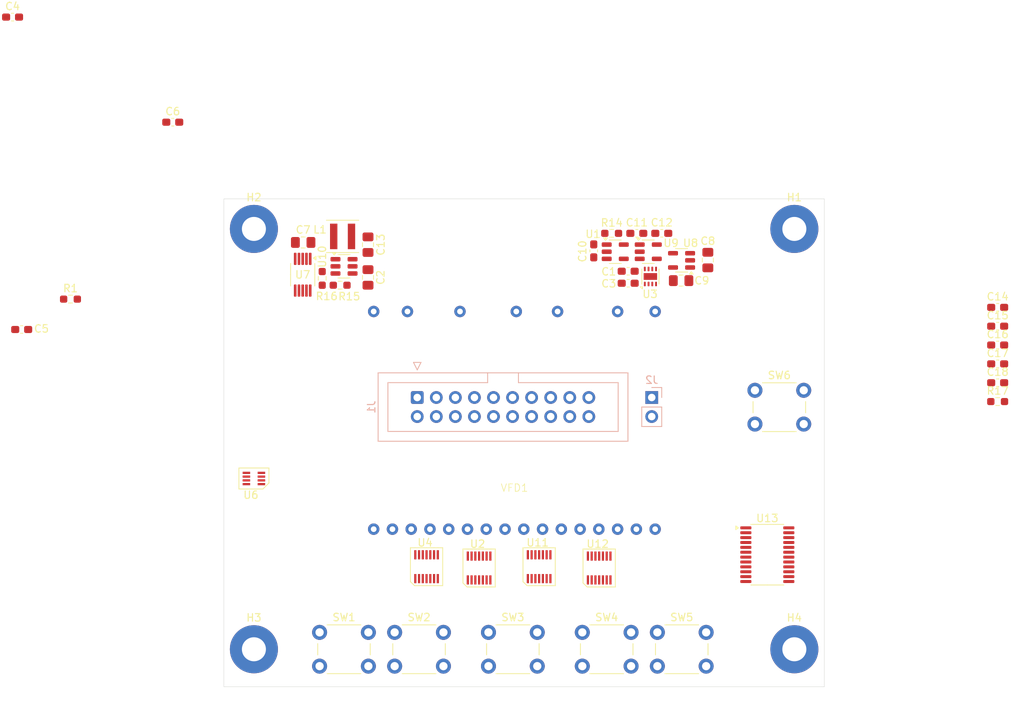
<source format=kicad_pcb>
(kicad_pcb (version 20240108) (generator "pcbnew") (generator_version "8.0")
  (layers (0 "F.Cu" signal) (31 "B.Cu" signal) (34 "B.Paste" user) (35 "F.Paste" user) (36 "B.SilkS" user "B.Silkscreen") (37 "F.SilkS" user "F.Silkscreen") (38 "B.Mask" user) (39 "F.Mask" user) (44 "Edge.Cuts" user))
  (net 0 "")
  (net 1 "+3V3")
  (net 2 "GND")
  (net 3 "+VSW")
  (net 4 "/Filament Drive/Vfil")
  (net 5 "+5V")
  (net 6 "Net-(U7-EXT_CAP)")
  (net 7 "Net-(U1-A)")
  (net 8 "/SWI1")
  (net 9 "/AIN2")
  (net 10 "/Vref")
  (net 11 "/AIN1")
  (net 12 "/I2C_SCL")
  (net 13 "/I2C_SDA")
  (net 14 "/AIN3")
  (net 15 "/Audio-")
  (net 16 "/SWI3")
  (net 17 "/Audio+")
  (net 18 "/SWI2")
  (net 19 "/SWI4")
  (net 20 "/disp_En")
  (net 21 "/a_HV")
  (net 22 "/b_HV")
  (net 23 "/c_HV")
  (net 24 "/d_HV")
  (net 25 "/e_HV")
  (net 26 "/f_HV")
  (net 27 "/g_HV")
  (net 28 "/1_HV")
  (net 29 "/2_HV")
  (net 30 "/3_HV")
  (net 31 "/4_HV")
  (net 32 "/sep_HV")
  (net 33 "/Filament Drive/VFD_Fil_SWA")
  (net 34 "Net-(U10-FB)")
  (net 35 "/VFD Power/RS+")
  (net 36 "/d")
  (net 37 "/e")
  (net 38 "/f")
  (net 39 "/g")
  (net 40 "/b")
  (net 41 "/a")
  (net 42 "/c")
  (net 43 "/VFa")
  (net 44 "/VFb")
  (net 45 "/Filament Drive/VFD_Fil_SWB")
  (net 46 "/1")
  (net 47 "/3")
  (net 48 "/2")
  (net 49 "/4")
  (net 50 "/sep")
  (net 55 "/VFD Power/BOOST_SW")
  (net 56 "/COMP_REF")
  (net 57 "/sep_top")
  (net 58 "/sep_top_HV")
  (net 59 "/sep_bottom")
  (net 60 "/sep_bottom_HV")
  (footprint "Capacitor_SMD:C_0805_2012Metric_Pad1.18x1.45mm_HandSolder" (layer "F.Cu") (at 117.9125 65.8875)
    (property "Reference" "C9" (at 2.7625 0 0) (layer "F.SilkS"))
    (property "Value" "1u")
    (pad "1" smd roundrect (at -1.0375 0) (size 1.175 1.45) (layers "F.Cu" "F.Paste" "F.Mask") (roundrect_rratio 0.212766) (net 4 "/Filament Drive/Vfil"))
    (pad "2" smd roundrect (at 1.0375 0) (size 1.175 1.45) (layers "F.Cu" "F.Paste" "F.Mask") (roundrect_rratio 0.212766) (net 2 "GND"))
  )
  (footprint "Capacitor_SMD:C_0805_2012Metric_Pad1.18x1.45mm_HandSolder" (layer "F.Cu") (at 67.5625 60.8)
    (property "Reference" "C7" (at 0 -1.68 0) (layer "F.SilkS"))
    (property "Value" "1u")
    (pad "1" smd roundrect (at -1.0375 0) (size 1.175 1.45) (layers "F.Cu" "F.Paste" "F.Mask") (roundrect_rratio 0.212766) (net 6 "Net-(U7-EXT_CAP)"))
    (pad "2" smd roundrect (at 1.0375 0) (size 1.175 1.45) (layers "F.Cu" "F.Paste" "F.Mask") (roundrect_rratio 0.212766) (net 2 "GND"))
  )
  (footprint "Capacitor_SMD:C_0603_1608Metric_Pad1.08x0.95mm_HandSolder" (layer "F.Cu") (at 28.8475 30.78)
    (property "Reference" "C4" (at 0 -1.43 0) (layer "F.SilkS"))
    (property "Value" "0u1")
    (pad "1" smd roundrect (at -0.8625 0) (size 1.075 0.95) (layers "F.Cu" "F.Paste" "F.Mask") (net 1 "+3V3"))
    (pad "2" smd roundrect (at 0.8625 0) (size 1.075 0.95) (layers "F.Cu" "F.Paste" "F.Mask") (net 2 "GND"))
  )
  (footprint "kicad global library:SOT-23-THIN-14_2x4.2mm_P0.5_TI-DYY_HandSoldering" (layer "F.Cu") (at 84 104)
    (property "Reference" "U4" (at -0.2 -3.2 180) (layer "F.SilkS"))
    (property "Value" "TLV1824")
    (pad "1" smd rect (at -1.5 1.5875) (size 0.3 1.225) (layers "F.Cu" "F.Paste" "F.Mask") (net 26 "/f_HV"))
    (pad "2" smd rect (at -1 1.5875) (size 0.3 1.225) (layers "F.Cu" "F.Paste" "F.Mask") (net 25 "/e_HV"))
    (pad "3" smd rect (at -0.5 1.5875) (size 0.3 1.225) (layers "F.Cu" "F.Paste" "F.Mask") (net 3 "+VSW"))
    (pad "4" smd rect (at 0 1.5875) (size 0.3 1.225) (layers "F.Cu" "F.Paste" "F.Mask") (net 56 "/COMP_REF"))
    (pad "5" smd rect (at 0.5 1.5875) (size 0.3 1.225) (layers "F.Cu" "F.Paste" "F.Mask") (net 37 "/e"))
    (pad "6" smd rect (at 1 1.5875) (size 0.3 1.225) (layers "F.Cu" "F.Paste" "F.Mask") (net 56 "/COMP_REF"))
    (pad "7" smd rect (at 1.5 1.5875) (size 0.3 1.225) (layers "F.Cu" "F.Paste" "F.Mask") (net 38 "/f"))
    (pad "8" smd rect (at 1.5 -1.5875) (size 0.3 1.225) (layers "F.Cu" "F.Paste" "F.Mask") (net 56 "/COMP_REF"))
    (pad "9" smd rect (at 1 -1.5875) (size 0.3 1.225) (layers "F.Cu" "F.Paste" "F.Mask") (net 39 "/g"))
    (pad "10" smd rect (at 0.5 -1.5875) (size 0.3 1.225) (layers "F.Cu" "F.Paste" "F.Mask") (net 56 "/COMP_REF"))
    (pad "11" smd rect (at 0 -1.5875) (size 0.3 1.225) (layers "F.Cu" "F.Paste" "F.Mask") (net 57 "/sep_top"))
    (pad "12" smd rect (at -0.5 -1.5875) (size 0.3 1.225) (layers "F.Cu" "F.Paste" "F.Mask") (net 2 "GND"))
    (pad "13" smd rect (at -1 -1.5875) (size 0.3 1.225) (layers "F.Cu" "F.Paste" "F.Mask") (net 58 "/sep_top_HV"))
    (pad "14" smd rect (at -1.5 -1.5875) (size 0.3 1.225) (layers "F.Cu" "F.Paste" "F.Mask") (net 27 "/g_HV"))
  )
  (footprint "Capacitor_SMD:C_0805_2012Metric_Pad1.18x1.45mm_HandSolder" (layer "F.Cu") (at 121.475 63.15 90)
    (property "Reference" "C8" (at 2.5375 0 0) (layer "F.SilkS"))
    (property "Value" "1u")
    (pad "1" smd roundrect (at -1.0375 0 90) (size 1.175 1.45) (layers "F.Cu" "F.Paste" "F.Mask") (roundrect_rratio 0.212766) (net 1 "+3V3"))
    (pad "2" smd roundrect (at 1.0375 0 90) (size 1.175 1.45) (layers "F.Cu" "F.Paste" "F.Mask") (roundrect_rratio 0.212766) (net 2 "GND"))
  )
  (footprint "Resistor_SMD:R_0603_1608Metric_Pad0.98x0.95mm_HandSolder" (layer "F.Cu") (at 160.0875 82)
    (property "Reference" "R17" (at 0 -1.43 0) (layer "F.SilkS"))
    (property "Value" "470R")
    (pad "1" smd roundrect (at -0.9125 0) (size 0.975 0.95) (layers "F.Cu" "F.Paste" "F.Mask") (net 56 "/COMP_REF"))
    (pad "2" smd roundrect (at 0.9125 0) (size 0.975 0.95) (layers "F.Cu" "F.Paste" "F.Mask") (net 10 "/Vref"))
  )
  (footprint "Capacitor_SMD:C_0805_2012Metric_Pad1.18x1.45mm_HandSolder" (layer "F.Cu") (at 76.2 65.4625 -90)
    (property "Reference" "C2" (at 0 -1.68 90) (layer "F.SilkS"))
    (property "Value" "1u, 50V")
    (pad "1" smd roundrect (at -1.0375 0 270) (size 1.175 1.45) (layers "F.Cu" "F.Paste" "F.Mask") (roundrect_rratio 0.212766) (net 3 "+VSW"))
    (pad "2" smd roundrect (at 1.0375 0 270) (size 1.175 1.45) (layers "F.Cu" "F.Paste" "F.Mask") (roundrect_rratio 0.212766) (net 2 "GND"))
  )
  (footprint "Resistor_SMD:R_0603_1608Metric_Pad0.98x0.95mm_HandSolder" (layer "F.Cu") (at 36.5625 68.355)
    (property "Reference" "R1" (at 0 -1.43 0) (layer "F.SilkS"))
    (property "Value" "10k")
    (pad "1" smd roundrect (at -0.9125 0) (size 0.975 0.95) (layers "F.Cu" "F.Paste" "F.Mask") (net 20 "/disp_En"))
    (pad "2" smd roundrect (at 0.9125 0) (size 0.975 0.95) (layers "F.Cu" "F.Paste" "F.Mask") (net 2 "GND"))
  )
  (footprint "Capacitor_SMD:C_0603_1608Metric_Pad1.08x0.95mm_HandSolder" (layer "F.Cu") (at 115.3375 59.5875)
    (property "Reference" "C12" (at 0 -1.43 0) (layer "F.SilkS"))
    (property "Value" "0u1")
    (pad "1" smd roundrect (at -0.8625 0) (size 1.075 0.95) (layers "F.Cu" "F.Paste" "F.Mask") (net 1 "+3V3"))
    (pad "2" smd roundrect (at 0.8625 0) (size 1.075 0.95) (layers "F.Cu" "F.Paste" "F.Mask") (net 2 "GND"))
  )
  (footprint "Capacitor_SMD:C_0603_1608Metric_Pad1.08x0.95mm_HandSolder" (layer "F.Cu") (at 50.1875 44.78)
    (property "Reference" "C6" (at 0 -1.43 0) (layer "F.SilkS"))
    (property "Value" "0u1")
    (pad "1" smd roundrect (at -0.8625 0) (size 1.075 0.95) (layers "F.Cu" "F.Paste" "F.Mask") (net 5 "+5V"))
    (pad "2" smd roundrect (at 0.8625 0) (size 1.075 0.95) (layers "F.Cu" "F.Paste" "F.Mask") (net 2 "GND"))
  )
  (footprint "Capacitor_SMD:C_0603_1608Metric_Pad1.08x0.95mm_HandSolder" (layer "F.Cu") (at 160.0875 69.45)
    (property "Reference" "C14" (at 0 -1.43 0) (layer "F.SilkS"))
    (property "Value" "0u1")
    (pad "1" smd roundrect (at -0.8625 0) (size 1.075 0.95) (layers "F.Cu" "F.Paste" "F.Mask") (net 56 "/COMP_REF"))
    (pad "2" smd roundrect (at 0.8625 0) (size 1.075 0.95) (layers "F.Cu" "F.Paste" "F.Mask") (net 2 "GND"))
  )
  (footprint "Capacitor_SMD:C_0603_1608Metric_Pad1.08x0.95mm_HandSolder" (layer "F.Cu") (at 160.0875 74.47)
    (property "Reference" "C16" (at 0 -1.43 0) (layer "F.SilkS"))
    (property "Value" "0u1, 50V")
    (pad "1" smd roundrect (at -0.8625 0) (size 1.075 0.95) (layers "F.Cu" "F.Paste" "F.Mask") (net 3 "+VSW"))
    (pad "2" smd roundrect (at 0.8625 0) (size 1.075 0.95) (layers "F.Cu" "F.Paste" "F.Mask") (net 2 "GND"))
  )
  (footprint "Capacitor_SMD:C_0603_1608Metric_Pad1.08x0.95mm_HandSolder" (layer "F.Cu") (at 110.8625 64.6375 180)
    (property "Reference" "C1" (at 2.5875 -0.05 180) (layer "F.SilkS"))
    (property "Value" "0u1")
    (pad "1" smd roundrect (at -0.8625 0 180) (size 1.075 0.95) (layers "F.Cu" "F.Paste" "F.Mask") (net 1 "+3V3"))
    (pad "2" smd roundrect (at 0.8625 0 180) (size 1.075 0.95) (layers "F.Cu" "F.Paste" "F.Mask") (net 2 "GND"))
  )
  (footprint "Button_Switch_THT:SW_PUSH_6mm" (layer "F.Cu") (at 114.75 112.75)
    (property "Reference" "SW5" (at 3.25 -2 360) (layer "F.SilkS"))
    (property "Value" "Wurth WS-TATV")
    (pad "1" thru_hole circle (at 0 0 90) (size 2 2) (drill 1.1) (layers "*.Cu" "*.Mask") (net 11 "/AIN1"))
    (pad "1" thru_hole circle (at 6.5 0 90) (size 2 2) (drill 1.1) (layers "*.Cu" "*.Mask") (net 11 "/AIN1"))
    (pad "2" thru_hole circle (at 0 4.5 90) (size 2 2) (drill 1.1) (layers "*.Cu" "*.Mask") (net 2 "GND"))
    (pad "2" thru_hole circle (at 6.5 4.5 90) (size 2 2) (drill 1.1) (layers "*.Cu" "*.Mask") (net 2 "GND"))
  )
  (footprint "Button_Switch_THT:SW_PUSH_6mm" (layer "F.Cu") (at 79.75 112.75)
    (property "Reference" "SW2" (at 3.25 -2 360) (layer "F.SilkS"))
    (property "Value" "Wurth WS-TATV")
    (pad "1" thru_hole circle (at 0 0 90) (size 2 2) (drill 1.1) (layers "*.Cu" "*.Mask") (net 18 "/SWI2"))
    (pad "1" thru_hole circle (at 6.5 0 90) (size 2 2) (drill 1.1) (layers "*.Cu" "*.Mask") (net 18 "/SWI2"))
    (pad "2" thru_hole circle (at 0 4.5 90) (size 2 2) (drill 1.1) (layers "*.Cu" "*.Mask") (net 2 "GND"))
    (pad "2" thru_hole circle (at 6.5 4.5 90) (size 2 2) (drill 1.1) (layers "*.Cu" "*.Mask") (net 2 "GND"))
  )
  (footprint "Button_Switch_THT:SW_PUSH_6mm" (layer "F.Cu") (at 69.75 112.75)
    (property "Reference" "SW1" (at 3.25 -2 360) (layer "F.SilkS"))
    (property "Value" "Wurth WS-TATV")
    (pad "1" thru_hole circle (at 0 0 90) (size 2 2) (drill 1.1) (layers "*.Cu" "*.Mask") (net 8 "/SWI1"))
    (pad "1" thru_hole circle (at 6.5 0 90) (size 2 2) (drill 1.1) (layers "*.Cu" "*.Mask") (net 8 "/SWI1"))
    (pad "2" thru_hole circle (at 0 4.5 90) (size 2 2) (drill 1.1) (layers "*.Cu" "*.Mask") (net 2 "GND"))
    (pad "2" thru_hole circle (at 6.5 4.5 90) (size 2 2) (drill 1.1) (layers "*.Cu" "*.Mask") (net 2 "GND"))
  )
  (footprint "Capacitor_SMD:C_0603_1608Metric_Pad1.08x0.95mm_HandSolder" (layer "F.Cu") (at 30.0625 72.4)
    (property "Reference" "C5" (at 2.6375 -0.1 0) (layer "F.SilkS"))
    (property "Value" "0u1")
    (pad "1" smd roundrect (at -0.8625 0) (size 1.075 0.95) (layers "F.Cu" "F.Paste" "F.Mask") (net 1 "+3V3"))
    (pad "2" smd roundrect (at 0.8625 0) (size 1.075 0.95) (layers "F.Cu" "F.Paste" "F.Mask") (net 2 "GND"))
  )
  (footprint "kicad global library:SOT-23-THIN-14_2x4.2mm_P0.5_TI-DYY_HandSoldering" (layer "F.Cu") (at 91 104.175)
    (property "Reference" "U2" (at -0.2 -3.2 180) (layer "F.SilkS"))
    (property "Value" "TLV1824")
    (pad "1" smd rect (at -1.5 1.5875) (size 0.3 1.225) (layers "F.Cu" "F.Paste" "F.Mask") (net 22 "/b_HV"))
    (pad "2" smd rect (at -1 1.5875) (size 0.3 1.225) (layers "F.Cu" "F.Paste" "F.Mask") (net 21 "/a_HV"))
    (pad "3" smd rect (at -0.5 1.5875) (size 0.3 1.225) (layers "F.Cu" "F.Paste" "F.Mask") (net 3 "+VSW"))
    (pad "4" smd rect (at 0 1.5875) (size 0.3 1.225) (layers "F.Cu" "F.Paste" "F.Mask") (net 56 "/COMP_REF"))
    (pad "5" smd rect (at 0.5 1.5875) (size 0.3 1.225) (layers "F.Cu" "F.Paste" "F.Mask") (net 41 "/a"))
    (pad "6" smd rect (at 1 1.5875) (size 0.3 1.225) (layers "F.Cu" "F.Paste" "F.Mask") (net 56 "/COMP_REF"))
    (pad "7" smd rect (at 1.5 1.5875) (size 0.3 1.225) (layers "F.Cu" "F.Paste" "F.Mask") (net 40 "/b"))
    (pad "8" smd rect (at 1.5 -1.5875) (size 0.3 1.225) (layers "F.Cu" "F.Paste" "F.Mask") (net 56 "/COMP_REF"))
    (pad "9" smd rect (at 1 -1.5875) (size 0.3 1.225) (layers "F.Cu" "F.Paste" "F.Mask") (net 42 "/c"))
    (pad "10" smd rect (at 0.5 -1.5875) (size 0.3 1.225) (layers "F.Cu" "F.Paste" "F.Mask") (net 56 "/COMP_REF"))
    (pad "11" smd rect (at 0 -1.5875) (size 0.3 1.225) (layers "F.Cu" "F.Paste" "F.Mask") (net 36 "/d"))
    (pad "12" smd rect (at -0.5 -1.5875) (size 0.3 1.225) (layers "F.Cu" "F.Paste" "F.Mask") (net 2 "GND"))
    (pad "13" smd rect (at -1 -1.5875) (size 0.3 1.225) (layers "F.Cu" "F.Paste" "F.Mask") (net 24 "/d_HV"))
    (pad "14" smd rect (at -1.5 -1.5875) (size 0.3 1.225) (layers "F.Cu" "F.Paste" "F.Mask") (net 23 "/c_HV"))
  )
  (footprint "Capacitor_SMD:C_0603_1608Metric_Pad1.08x0.95mm_HandSolder" (layer "F.Cu") (at 112.0125 59.5875)
    (property "Reference" "C11" (at 0 -1.43 0) (layer "F.SilkS"))
    (property "Value" "0u1")
    (pad "1" smd roundrect (at -0.8625 0) (size 1.075 0.95) (layers "F.Cu" "F.Paste" "F.Mask") (net 1 "+3V3"))
    (pad "2" smd roundrect (at 0.8625 0) (size 1.075 0.95) (layers "F.Cu" "F.Paste" "F.Mask") (net 2 "GND"))
  )
  (footprint "Capacitor_SMD:C_0603_1608Metric_Pad1.08x0.95mm_HandSolder" (layer "F.Cu") (at 160.0875 71.96)
    (property "Reference" "C15" (at 0 -1.43 0) (layer "F.SilkS"))
    (property "Value" "0u1, 50V")
    (pad "1" smd roundrect (at -0.8625 0) (size 1.075 0.95) (layers "F.Cu" "F.Paste" "F.Mask") (net 3 "+VSW"))
    (pad "2" smd roundrect (at 0.8625 0) (size 1.075 0.95) (layers "F.Cu" "F.Paste" "F.Mask") (net 2 "GND"))
  )
  (footprint "Button_Switch_THT:SW_PUSH_6mm" (layer "F.Cu") (at 92.25 112.75)
    (property "Reference" "SW3" (at 3.25 -2 360) (layer "F.SilkS"))
    (property "Value" "Wurth WS-TATV")
    (pad "1" thru_hole circle (at 0 0 90) (size 2 2) (drill 1.1) (layers "*.Cu" "*.Mask") (net 16 "/SWI3"))
    (pad "1" thru_hole circle (at 6.5 0 90) (size 2 2) (drill 1.1) (layers "*.Cu" "*.Mask") (net 16 "/SWI3"))
    (pad "2" thru_hole circle (at 0 4.5 90) (size 2 2) (drill 1.1) (layers "*.Cu" "*.Mask") (net 2 "GND"))
    (pad "2" thru_hole circle (at 6.5 4.5 90) (size 2 2) (drill 1.1) (layers "*.Cu" "*.Mask") (net 2 "GND"))
  )
  (footprint "MountingHole:MountingHole_3.2mm_M3_Pad" (layer "F.Cu") (at 133 59)
    (property "Reference" "H1" (at 0 -4.2 0) (layer "F.SilkS"))
    (property "Value" "MountingHole_Pad")
    (pad "1" thru_hole circle (at 0 0) (size 6.4 6.4) (drill 3.2) (layers "*.Cu" "*.Mask") (net 2 "GND"))
  )
  (footprint "kicad global library:IVL2-75" (layer "F.Cu") (at 95.705952 84.5)
    (property "Reference" "VFD1" (at 0 9 0) (layer "F.SilkS") (effects (font (thickness 0.1))))
    (property "Value" "IVL2-7/5")
    (pad "1" thru_hole circle (at -18.75 14.5) (size 1.524 1.524) (drill 0.762) (layers "*.Cu" "*.Mask") (net 43 "/VFa"))
    (pad "2" thru_hole circle (at -16.25 14.5) (size 1.524 1.524) (drill 0.762) (layers "*.Cu" "*.Mask") (net 28 "/1_HV"))
    (pad "3" thru_hole circle (at -13.75 14.5) (size 1.524 1.524) (drill 0.762) (layers "*.Cu" "*.Mask") (net 58 "/sep_top_HV"))
    (pad "4" thru_hole circle (at -11.25 14.5) (size 1.524 1.524) (drill 0.762) (layers "*.Cu" "*.Mask") (net 27 "/g_HV"))
    (pad "5" thru_hole circle (at -8.75 14.5) (size 1.524 1.524) (drill 0.762) (layers "*.Cu" "*.Mask") (net 25 "/e_HV"))
    (pad "6" thru_hole circle (at -6.25 14.5) (size 1.524 1.524) (drill 0.762) (layers "*.Cu" "*.Mask") (net 29 "/2_HV"))
    (pad "7" thru_hole circle (at -3.75 14.5) (size 1.524 1.524) (drill 0.762) (layers "*.Cu" "*.Mask") (net 23 "/c_HV"))
    (pad "8" thru_hole circle (at -1.25 14.5) (size 1.524 1.524) (drill 0.762) (layers "*.Cu" "*.Mask") (net 32 "/sep_HV"))
    (pad "9" thru_hole circle (at 1.25 14.5) (size 1.524 1.524) (drill 0.762) (layers "*.Cu" "*.Mask") (net 60 "/sep_bottom_HV"))
    (pad "10" thru_hole circle (at 3.75 14.5) (size 1.524 1.524) (drill 0.762) (layers "*.Cu" "*.Mask") (net 24 "/d_HV"))
    (pad "11" thru_hole circle (at 6.25 14.5) (size 1.524 1.524) (drill 0.762) (layers "*.Cu" "*.Mask") (net 30 "/3_HV"))
    (pad "12" thru_hole circle (at 8.75 14.5) (size 1.524 1.524) (drill 0.762) (layers "*.Cu" "*.Mask") (net 22 "/b_HV"))
    (pad "13" thru_hole circle (at 11.25 14.5) (size 1.524 1.524) (drill 0.762) (layers "*.Cu" "*.Mask") (net 26 "/f_HV"))
    (pad "14" thru_hole circle (at 13.75 14.5) (size 1.524 1.524) (drill 0.762) (layers "*.Cu" "*.Mask") (net 21 "/a_HV"))
    (pad "15" thru_hole circle (at 16.25 14.5) (size 1.524 1.524) (drill 0.762) (layers "*.Cu" "*.Mask") (net 31 "/4_HV"))
    (pad "16" thru_hole circle (at 18.75 14.5) (size 1.524 1.524) (drill 0.762) (layers "*.Cu" "*.Mask") (net 44 "/VFb"))
    (pad "17" thru_hole circle (at 18.75 -14.5) (size 1.524 1.524) (drill 0.762) (layers "*.Cu" "*.Mask") (net 44 "/VFb"))
    (pad "18" thru_hole circle (at 13.75 -14.5) (size 1.524 1.524) (drill 0.762) (layers "*.Cu" "*.Mask") (net 31 "/4_HV"))
    (pad "19" thru_hole circle (at 5.75 -14.5) (size 1.524 1.524) (drill 0.762) (layers "*.Cu" "*.Mask") (net 30 "/3_HV"))
    (pad "20" thru_hole circle (at 0.25 -14.5) (size 1.524 1.524) (drill 0.762) (layers "*.Cu" "*.Mask") (net 32 "/sep_HV"))
    (pad "21" thru_hole circle (at -7.25 -14.5) (size 1.524 1.524) (drill 0.762) (layers "*.Cu" "*.Mask") (net 29 "/2_HV"))
    (pad "22" thru_hole circle (at -14.25 -14.5) (size 1.524 1.524) (drill 0.762) (layers "*.Cu" "*.Mask") (net 28 "/1_HV"))
    (pad "23" thru_hole circle (at -18.75 -14.5) (size 1.524 1.524) (drill 0.762) (layers "*.Cu" "*.Mask") (net 43 "/VFa"))
  )
  (footprint "Package_TO_SOT_SMD:SOT-23-6" (layer "F.Cu") (at 73.005 63.985)
    (property "Reference" "U10" (at -2.905 -1.285 90) (layer "F.SilkS"))
    (property "Value" "TLV61046ADB")
    (pad "1" smd roundrect (at -1.1375 -0.95) (size 1.325 0.6) (layers "F.Cu" "F.Paste" "F.Mask") (net 55 "/VFD Power/BOOST_SW"))
    (pad "2" smd roundrect (at -1.1375 0) (size 1.325 0.6) (layers "F.Cu" "F.Paste" "F.Mask") (net 2 "GND"))
    (pad "3" smd roundrect (at -1.1375 0.95) (size 1.325 0.6) (layers "F.Cu" "F.Paste" "F.Mask") (net 34 "Net-(U10-FB)"))
    (pad "4" smd roundrect (at 1.1375 0.95) (size 1.325 0.6) (layers "F.Cu" "F.Paste" "F.Mask") (net 20 "/disp_En"))
    (pad "5" smd roundrect (at 1.1375 0) (size 1.325 0.6) (layers "F.Cu" "F.Paste" "F.Mask") (net 3 "+VSW"))
    (pad "6" smd roundrect (at 1.1375 -0.95) (size 1.325 0.6) (layers "F.Cu" "F.Paste" "F.Mask") (net 5 "+5V"))
  )
  (footprint "kicad global library:SOT-23-THIN-14_2x4.2mm_P0.5_TI-DYY_HandSoldering" (layer "F.Cu") (at 107 104.175)
    (property "Reference" "U12" (at -0.2 -3.2 180) (layer "F.SilkS"))
    (property "Value" "TLV1824")
    (pad "1" smd rect (at -1.5 1.5875) (size 0.3 1.225) (layers "F.Cu" "F.Paste" "F.Mask") (net 32 "/sep_HV"))
    (pad "2" smd rect (at -1 1.5875) (size 0.3 1.225) (layers "F.Cu" "F.Paste" "F.Mask") (net 31 "/4_HV"))
    (pad "3" smd rect (at -0.5 1.5875) (size 0.3 1.225) (layers "F.Cu" "F.Paste" "F.Mask") (net 3 "+VSW"))
    (pad "4" smd rect (at 0 1.5875) (size 0.3 1.225) (layers "F.Cu" "F.Paste" "F.Mask") (net 56 "/COMP_REF"))
    (pad "5" smd rect (at 0.5 1.5875) (size 0.3 1.225) (layers "F.Cu" "F.Paste" "F.Mask") (net 49 "/4"))
    (pad "6" smd rect (at 1 1.5875) (size 0.3 1.225) (layers "F.Cu" "F.Paste" "F.Mask") (net 56 "/COMP_REF"))
    (pad "7" smd rect (at 1.5 1.5875) (size 0.3 1.225) (layers "F.Cu" "F.Paste" "F.Mask") (net 50 "/sep"))
    (pad "8" smd rect (at 1.5 -1.5875) (size 0.3 1.225) (layers "F.Cu" "F.Paste" "F.Mask") (net 56 "/COMP_REF"))
    (pad "9" smd rect (at 1 -1.5875) (size 0.3 1.225) (layers "F.Cu" "F.Paste" "F.Mask") (net 2 "GND"))
    (pad "10" smd rect (at 0.5 -1.5875) (size 0.3 1.225) (layers "F.Cu" "F.Paste" "F.Mask") (net 56 "/COMP_REF"))
    (pad "11" smd rect (at 0 -1.5875) (size 0.3 1.225) (layers "F.Cu" "F.Paste" "F.Mask") (net 2 "GND"))
    (pad "12" smd rect (at -0.5 -1.5875) (size 0.3 1.225) (layers "F.Cu" "F.Paste" "F.Mask") (net 2 "GND"))
    (pad "13" smd rect (at -1 -1.5875) (size 0.3 1.225) (layers "F.Cu" "F.Paste" "F.Mask"))
    (pad "14" smd rect (at -1.5 -1.5875) (size 0.3 1.225) (layers "F.Cu" "F.Paste" "F.Mask"))
  )
  (footprint "kicad global library:WSON-8-1EP_2x2mm_P0.5mm_EP0.9x1.6mm_HandSoldering" (layer "F.Cu") (at 113.825 65.3375 90)
    (property "Reference" "U3" (at -2.35 -0.05 180) (layer "F.SilkS"))
    (property "Value" "DRV8837C")
    (pad "1" smd roundrect (at -1 -0.75 90) (size 0.6 0.25) (layers "F.Cu" "F.Paste" "F.Mask") (net 4 "/Filament Drive/Vfil"))
    (pad "2" smd roundrect (at -1 -0.25 90) (size 0.6 0.25) (layers "F.Cu" "F.Paste" "F.Mask") (net 43 "/VFa"))
    (pad "3" smd roundrect (at -1 0.25 90) (size 0.6 0.25) (layers "F.Cu" "F.Paste" "F.Mask") (net 44 "/VFb"))
    (pad "4" smd roundrect (at -1 0.75 90) (size 0.6 0.25) (layers "F.Cu" "F.Paste" "F.Mask") (net 2 "GND"))
    (pad "5" smd roundrect (at 1 0.75 90) (size 0.6 0.25) (layers "F.Cu" "F.Paste" "F.Mask") (net 45 "/Filament Drive/VFD_Fil_SWB"))
    (pad "6" smd roundrect (at 1 0.25 90) (size 0.6 0.25) (layers "F.Cu" "F.Paste" "F.Mask") (net 33 "/Filament Drive/VFD_Fil_SWA"))
    (pad "7" smd roundrect (at 1 -0.25 90) (size 0.6 0.25) (layers "F.Cu" "F.Paste" "F.Mask") (net 20 "/disp_En"))
    (pad "8" smd roundrect (at 1 -0.75 90) (size 0.6 0.25) (layers "F.Cu" "F.Paste" "F.Mask") (net 1 "+3V3"))
    (pad "9" smd rect (at 0 0 90) (size 0.9 1.8) (layers "F.Cu" "F.Mask") (net 2 "GND"))
  )
  (footprint "kicad global library:SOT-583_DTS" (layer "F.Cu") (at 61 92.25 90)
    (property "Reference" "U6" (at -2.2 -0.4 0) (layer "F.SilkS"))
    (property "Value" "OPT4048")
    (pad "1" smd rect (at -0.75 1 90) (size 0.3 1) (layers "F.Cu" "F.Paste" "F.Mask") (net 1 "+3V3"))
    (pad "2" smd rect (at -0.25 1 90) (size 0.3 1) (layers "F.Cu" "F.Paste" "F.Mask") (net 1 "+3V3"))
    (pad "3" smd rect (at 0.25 1 90) (size 0.3 1) (layers "F.Cu" "F.Paste" "F.Mask"))
    (pad "4" smd rect (at 0.75 1 90) (size 0.3 1) (layers "F.Cu" "F.Paste" "F.Mask") (net 2 "GND"))
    (pad "5" smd rect (at 0.75 -1 90) (size 0.3 1) (layers "F.Cu" "F.Paste" "F.Mask") (net 12 "/I2C_SCL"))
    (pad "6" smd rect (at 0.25 -1 90) (size 0.3 1) (layers "F.Cu" "F.Paste" "F.Mask"))
    (pad "7" smd rect (at -0.25 -1 90) (size 0.3 1) (layers "F.Cu" "F.Paste" "F.Mask"))
    (pad "8" smd rect (at -0.75 -1 90) (size 0.3 1) (layers "F.Cu" "F.Paste" "F.Mask") (net 13 "/I2C_SDA"))
  )
  (footprint "MountingHole:MountingHole_3.2mm_M3_Pad" (layer "F.Cu") (at 61 59)
    (property "Reference" "H2" (at 0 -4.2 0) (layer "F.SilkS"))
    (property "Value" "MountingHole_Pad")
    (pad "1" thru_hole circle (at 0 0) (size 6.4 6.4) (drill 3.2) (layers "*.Cu" "*.Mask") (net 2 "GND"))
  )
  (footprint "Inductor_SMD:L_Coilcraft_XxL4030" (layer "F.Cu") (at 72.815 60 180)
    (property "Reference" "L1" (at 3.015 0.9 0) (layer "F.SilkS"))
    (property "Value" "XGL4030-103 10u")
    (pad "1" smd rect (at -1.185 0 180) (size 0.98 3.4) (layers "F.Cu" "F.Paste" "F.Mask") (net 5 "+5V"))
    (pad "2" smd rect (at 1.185 0 180) (size 0.98 3.4) (layers "F.Cu" "F.Paste" "F.Mask") (net 55 "/VFD Power/BOOST_SW"))
  )
  (footprint "Package_SO:TSSOP-24_4.4x7.8mm_P0.65mm" (layer "F.Cu") (at 129.4 102.4)
    (property "Reference" "U13" (at 0 -4.85 0) (layer "F.SilkS"))
    (property "Value" "TCA9555PWR")
    (pad "1" smd roundrect (at -2.8625 -3.575) (size 1.475 0.4) (layers "F.Cu" "F.Paste" "F.Mask"))
    (pad "2" smd roundrect (at -2.8625 -2.925) (size 1.475 0.4) (layers "F.Cu" "F.Paste" "F.Mask") (net 2 "GND"))
    (pad "3" smd roundrect (at -2.8625 -2.275) (size 1.475 0.4) (layers "F.Cu" "F.Paste" "F.Mask") (net 2 "GND"))
    (pad "4" smd roundrect (at -2.8625 -1.625) (size 1.475 0.4) (layers "F.Cu" "F.Paste" "F.Mask") (net 41 "/a"))
    (pad "5" smd roundrect (at -2.8625 -0.975) (size 1.475 0.4) (layers "F.Cu" "F.Paste" "F.Mask") (net 40 "/b"))
    (pad "6" smd roundrect (at -2.8625 -0.325) (size 1.475 0.4) (layers "F.Cu" "F.Paste" "F.Mask") (net 42 "/c"))
    (pad "7" smd roundrect (at -2.8625 0.325) (size 1.475 0.4) (layers "F.Cu" "F.Paste" "F.Mask") (net 36 "/d"))
    (pad "8" smd roundrect (at -2.8625 0.975) (size 1.475 0.4) (layers "F.Cu" "F.Paste" "F.Mask") (net 37 "/e"))
    (pad "9" smd roundrect (at -2.8625 1.625) (size 1.475 0.4) (layers "F.Cu" "F.Paste" "F.Mask") (net 38 "/f"))
    (pad "10" smd roundrect (at -2.8625 2.275) (size 1.475 0.4) (layers "F.Cu" "F.Paste" "F.Mask") (net 39 "/g"))
    (pad "11" smd roundrect (at -2.8625 2.925) (size 1.475 0.4) (layers "F.Cu" "F.Paste" "F.Mask") (net 57 "/sep_top"))
    (pad "12" smd roundrect (at -2.8625 3.575) (size 1.475 0.4) (layers "F.Cu" "F.Paste" "F.Mask") (net 2 "GND"))
    (pad "13" smd roundrect (at 2.8625 3.575) (size 1.475 0.4) (layers "F.Cu" "F.Paste" "F.Mask") (net 59 "/sep_bottom"))
    (pad "14" smd roundrect (at 2.8625 2.925) (size 1.475 0.4) (layers "F.Cu" "F.Paste" "F.Mask") (net 46 "/1"))
    (pad "15" smd roundrect (at 2.8625 2.275) (size 1.475 0.4) (layers "F.Cu" "F.Paste" "F.Mask") (net 48 "/2"))
    (pad "16" smd roundrect (at 2.8625 1.625) (size 1.475 0.4) (layers "F.Cu" "F.Paste" "F.Mask") (net 47 "/3"))
    (pad "17" smd roundrect (at 2.8625 0.975) (size 1.475 0.4) (layers "F.Cu" "F.Paste" "F.Mask") (net 49 "/4"))
    (pad "18" smd roundrect (at 2.8625 0.325) (size 1.475 0.4) (layers "F.Cu" "F.Paste" "F.Mask") (net 50 "/sep"))
    (pad "19" smd roundrect (at 2.8625 -0.325) (size 1.475 0.4) (layers "F.Cu" "F.Paste" "F.Mask") (net 20 "/disp_En"))
    (pad "20" smd roundrect (at 2.8625 -0.975) (size 1.475 0.4) (layers "F.Cu" "F.Paste" "F.Mask"))
    (pad "21" smd roundrect (at 2.8625 -1.625) (size 1.475 0.4) (layers "F.Cu" "F.Paste" "F.Mask") (net 2 "GND"))
    (pad "22" smd roundrect (at 2.8625 -2.275) (size 1.475 0.4) (layers "F.Cu" "F.Paste" "F.Mask") (net 12 "/I2C_SCL"))
    (pad "23" smd roundrect (at 2.8625 -2.925) (size 1.475 0.4) (layers "F.Cu" "F.Paste" "F.Mask") (net 13 "/I2C_SDA"))
    (pad "24" smd roundrect (at 2.8625 -3.575) (size 1.475 0.4) (layers "F.Cu" "F.Paste" "F.Mask") (net 1 "+3V3"))
  )
  (footprint "Package_TO_SOT_SMD:SOT-23-5" (layer "F.Cu") (at 113.5375 62.0375)
    (property "Reference" "U9" (at 3.0375 -1.15 0) (layer "F.SilkS"))
    (property "Value" "SN74LVC1G132")
    (pad "1" smd roundrect (at -1.1375 -0.95) (size 1.325 0.6) (layers "F.Cu" "F.Paste" "F.Mask") (net 20 "/disp_En"))
    (pad "2" smd roundrect (at -1.1375 0) (size 1.325 0.6) (layers "F.Cu" "F.Paste" "F.Mask") (net 33 "/Filament Drive/VFD_Fil_SWA"))
    (pad "3" smd roundrect (at -1.1375 0.95) (size 1.325 0.6) (layers "F.Cu" "F.Paste" "F.Mask") (net 2 "GND"))
    (pad "4" smd roundrect (at 1.1375 0.95) (size 1.325 0.6) (layers "F.Cu" "F.Paste" "F.Mask") (net 45 "/Filament Drive/VFD_Fil_SWB"))
    (pad "5" smd roundrect (at 1.1375 -0.95) (size 1.325 0.6) (layers "F.Cu" "F.Paste" "F.Mask") (net 1 "+3V3"))
  )
  (footprint "Capacitor_SMD:C_0603_1608Metric_Pad1.08x0.95mm_HandSolder" (layer "F.Cu") (at 160.0875 79.49)
    (property "Reference" "C18" (at 0 -1.43 0) (layer "F.SilkS"))
    (property "Value" "0u1, 50V")
    (pad "1" smd roundrect (at -0.8625 0) (size 1.075 0.95) (layers "F.Cu" "F.Paste" "F.Mask") (net 3 "+VSW"))
    (pad "2" smd roundrect (at 0.8625 0) (size 1.075 0.95) (layers "F.Cu" "F.Paste" "F.Mask") (net 2 "GND"))
  )
  (footprint "Capacitor_SMD:C_0603_1608Metric_Pad1.08x0.95mm_HandSolder" (layer "F.Cu") (at 160.0875 76.98)
    (property "Reference" "C17" (at 0 -1.43 0) (layer "F.SilkS"))
    (property "Value" "0u1, 50V")
    (pad "1" smd roundrect (at -0.8625 0) (size 1.075 0.95) (layers "F.Cu" "F.Paste" "F.Mask") (net 3 "+VSW"))
    (pad "2" smd roundrect (at 0.8625 0) (size 1.075 0.95) (layers "F.Cu" "F.Paste" "F.Mask") (net 2 "GND"))
  )
  (footprint "Capacitor_SMD:C_0603_1608Metric_Pad1.08x0.95mm_HandSolder" (layer "F.Cu") (at 106.275 61.925 -90)
    (property "Reference" "C10" (at 0.0625 1.5 -90) (layer "F.SilkS"))
    (property "Value" "18p")
    (pad "1" smd roundrect (at -0.8625 0 270) (size 1.075 0.95) (layers "F.Cu" "F.Paste" "F.Mask") (net 7 "Net-(U1-A)"))
    (pad "2" smd roundrect (at 0.8625 0 270) (size 1.075 0.95) (layers "F.Cu" "F.Paste" "F.Mask") (net 2 "GND"))
  )
  (footprint "Package_TO_SOT_SMD:SOT-23-5" (layer "F.Cu") (at 117.975 63.1875 180)
    (property "Reference" "U8" (at -1.2 2.3 180) (layer "F.SilkS"))
    (property "Value" "TPS7A0525PDBV")
    (pad "1" smd roundrect (at -1.1375 -0.95 180) (size 1.325 0.6) (layers "F.Cu" "F.Paste" "F.Mask") (net 1 "+3V3"))
    (pad "2" smd roundrect (at -1.1375 0 180) (size 1.325 0.6) (layers "F.Cu" "F.Paste" "F.Mask") (net 2 "GND"))
    (pad "3" smd roundrect (at -1.1375 0.95 180) (size 1.325 0.6) (layers "F.Cu" "F.Paste" "F.Mask") (net 20 "/disp_En"))
    (pad "4" smd roundrect (at 1.1375 0.95 180) (size 1.325 0.6) (layers "F.Cu" "F.Paste" "F.Mask"))
    (pad "5" smd roundrect (at 1.1375 -0.95 180) (size 1.325 0.6) (layers "F.Cu" "F.Paste" "F.Mask") (net 4 "/Filament Drive/Vfil"))
  )
  (footprint "Resistor_SMD:R_0603_1608Metric_Pad0.98x0.95mm_HandSolder" (layer "F.Cu") (at 72.4875 66.5 180)
    (property "Reference" "R15" (at -1.2125 -1.5 0) (layer "F.SilkS"))
    (property "Value" "510k")
    (pad "1" smd roundrect (at -0.9125 0 180) (size 0.975 0.95) (layers "F.Cu" "F.Paste" "F.Mask") (net 3 "+VSW"))
    (pad "2" smd roundrect (at 0.9125 0 180) (size 0.975 0.95) (layers "F.Cu" "F.Paste" "F.Mask") (net 34 "Net-(U10-FB)"))
  )
  (footprint "MountingHole:MountingHole_3.2mm_M3_Pad" (layer "F.Cu") (at 61 115)
    (property "Reference" "H3" (at 0 -4.2 0) (layer "F.SilkS"))
    (property "Value" "MountingHole_Pad")
    (pad "1" thru_hole circle (at 0 0) (size 6.4 6.4) (drill 3.2) (layers "*.Cu" "*.Mask") (net 2 "GND"))
  )
  (footprint "Button_Switch_THT:SW_PUSH_6mm" (layer "F.Cu") (at 104.75 112.75)
    (property "Reference" "SW4" (at 3.25 -2 360) (layer "F.SilkS"))
    (property "Value" "Wurth WS-TATV")
    (pad "1" thru_hole circle (at 0 0 90) (size 2 2) (drill 1.1) (layers "*.Cu" "*.Mask") (net 19 "/SWI4"))
    (pad "1" thru_hole circle (at 6.5 0 90) (size 2 2) (drill 1.1) (layers "*.Cu" "*.Mask") (net 19 "/SWI4"))
    (pad "2" thru_hole circle (at 0 4.5 90) (size 2 2) (drill 1.1) (layers "*.Cu" "*.Mask") (net 2 "GND"))
    (pad "2" thru_hole circle (at 6.5 4.5 90) (size 2 2) (drill 1.1) (layers "*.Cu" "*.Mask") (net 2 "GND"))
  )
  (footprint "Resistor_SMD:R_0603_1608Metric_Pad0.98x0.95mm_HandSolder" (layer "F.Cu") (at 70.1 65.5875 90)
    (property "Reference" "R16" (at -2.3875 0.6 180) (layer "F.SilkS"))
    (property "Value" "20k")
    (pad "1" smd roundrect (at -0.9125 0 90) (size 0.975 0.95) (layers "F.Cu" "F.Paste" "F.Mask") (net 34 "Net-(U10-FB)"))
    (pad "2" smd roundrect (at 0.9125 0 90) (size 0.975 0.95) (layers "F.Cu" "F.Paste" "F.Mask") (net 35 "/VFD Power/RS+"))
  )
  (footprint "MountingHole:MountingHole_3.2mm_M3_Pad" (layer "F.Cu") (at 133 115)
    (property "Reference" "H4" (at 0 -4.2 0) (layer "F.SilkS"))
    (property "Value" "MountingHole_Pad")
    (pad "1" thru_hole circle (at 0 0) (size 6.4 6.4) (drill 3.2) (layers "*.Cu" "*.Mask") (net 2 "GND"))
  )
  (footprint "Resistor_SMD:R_0603_1608Metric_Pad0.98x0.95mm_HandSolder" (layer "F.Cu") (at 108.6625 59.5875 180)
    (property "Reference" "R14" (at -0.0125 1.4 0) (layer "F.SilkS"))
    (property "Value" "330k")
    (pad "1" smd roundrect (at -0.9125 0 180) (size 0.975 0.95) (layers "F.Cu" "F.Paste" "F.Mask") (net 33 "/Filament Drive/VFD_Fil_SWA"))
    (pad "2" smd roundrect (at 0.9125 0 180) (size 0.975 0.95) (layers "F.Cu" "F.Paste" "F.Mask") (net 7 "Net-(U1-A)"))
  )
  (footprint "Capacitor_SMD:C_0603_1608Metric_Pad1.08x0.95mm_HandSolder" (layer "F.Cu") (at 110.8625 66.2375 180)
    (property "Reference" "C3" (at 2.5875 -0.05 0) (layer "F.SilkS"))
    (property "Value" "0u1")
    (pad "1" smd roundrect (at -0.8625 0 180) (size 1.075 0.95) (layers "F.Cu" "F.Paste" "F.Mask") (net 4 "/Filament Drive/Vfil"))
    (pad "2" smd roundrect (at 0.8625 0 180) (size 1.075 0.95) (layers "F.Cu" "F.Paste" "F.Mask") (net 2 "GND"))
  )
  (footprint "kicad global library:SOT-23-THIN-14_2x4.2mm_P0.5_TI-DYY_HandSoldering" (layer "F.Cu") (at 99 104)
    (property "Reference" "U11" (at -0.2 -3.2 180) (layer "F.SilkS"))
    (property "Value" "TLV1824")
    (pad "1" smd rect (at -1.5 1.5875) (size 0.3 1.225) (layers "F.Cu" "F.Paste" "F.Mask") (net 28 "/1_HV"))
    (pad "2" smd rect (at -1 1.5875) (size 0.3 1.225) (layers "F.Cu" "F.Paste" "F.Mask") (net 60 "/sep_bottom_HV"))
    (pad "3" smd rect (at -0.5 1.5875) (size 0.3 1.225) (layers "F.Cu" "F.Paste" "F.Mask") (net 3 "+VSW"))
    (pad "4" smd rect (at 0 1.5875) (size 0.3 1.225) (layers "F.Cu" "F.Paste" "F.Mask") (net 56 "/COMP_REF"))
    (pad "5" smd rect (at 0.5 1.5875) (size 0.3 1.225) (layers "F.Cu" "F.Paste" "F.Mask") (net 59 "/sep_bottom"))
    (pad "6" smd rect (at 1 1.5875) (size 0.3 1.225) (layers "F.Cu" "F.Paste" "F.Mask") (net 56 "/COMP_REF"))
    (pad "7" smd rect (at 1.5 1.5875) (size 0.3 1.225) (layers "F.Cu" "F.Paste" "F.Mask") (net 46 "/1"))
    (pad "8" smd rect (at 1.5 -1.5875) (size 0.3 1.225) (layers "F.Cu" "F.Paste" "F.Mask") (net 56 "/COMP_REF"))
    (pad "9" smd rect (at 1 -1.5875) (size 0.3 1.225) (layers "F.Cu" "F.Paste" "F.Mask") (net 48 "/2"))
    (pad "10" smd rect (at 0.5 -1.5875) (size 0.3 1.225) (layers "F.Cu" "F.Paste" "F.Mask") (net 56 "/COMP_REF"))
    (pad "11" smd rect (at 0 -1.5875) (size 0.3 1.225) (layers "F.Cu" "F.Paste" "F.Mask") (net 47 "/3"))
    (pad "12" smd rect (at -0.5 -1.5875) (size 0.3 1.225) (layers "F.Cu" "F.Paste" "F.Mask") (net 2 "GND"))
    (pad "13" smd rect (at -1 -1.5875) (size 0.3 1.225) (layers "F.Cu" "F.Paste" "F.Mask") (net 30 "/3_HV"))
    (pad "14" smd rect (at -1.5 -1.5875) (size 0.3 1.225) (layers "F.Cu" "F.Paste" "F.Mask") (net 29 "/2_HV"))
  )
  (footprint "Package_SO:MSOP-10_3x3mm_P0.5mm" (layer "F.Cu") (at 67.5 65.1 -90)
    (property "Reference" "U7" (at 0 0 180) (layer "F.SilkS"))
    (property "Value" "AD5274BRMZ-100")
    (pad "1" smd roundrect (at -2.1125 -1 270) (size 1.625 0.35) (layers "F.Cu" "F.Paste" "F.Mask") (net 5 "+5V"))
    (pad "2" smd roundrect (at -2.1125 -0.5 270) (size 1.625 0.35) (layers "F.Cu" "F.Paste" "F.Mask") (net 35 "/VFD Power/RS+"))
    (pad "3" smd roundrect (at -2.1125 0 270) (size 1.625 0.35) (layers "F.Cu" "F.Paste" "F.Mask") (net 2 "GND"))
    (pad "4" smd roundrect (at -2.1125 0.5 270) (size 1.625 0.35) (layers "F.Cu" "F.Paste" "F.Mask") (net 2 "GND"))
    (pad "5" smd roundrect (at -2.1125 1 270) (size 1.625 0.35) (layers "F.Cu" "F.Paste" "F.Mask") (net 6 "Net-(U7-EXT_CAP)"))
    (pad "6" smd roundrect (at 2.1125 1 270) (size 1.625 0.35) (layers "F.Cu" "F.Paste" "F.Mask") (net 2 "GND"))
    (pad "7" smd roundrect (at 2.1125 0.5 270) (size 1.625 0.35) (layers "F.Cu" "F.Paste" "F.Mask") (net 5 "+5V"))
    (pad "8" smd roundrect (at 2.1125 0 270) (size 1.625 0.35) (layers "F.Cu" "F.Paste" "F.Mask") (net 13 "/I2C_SDA"))
    (pad "9" smd roundrect (at 2.1125 -0.5 270) (size 1.625 0.35) (layers "F.Cu" "F.Paste" "F.Mask") (net 12 "/I2C_SCL"))
    (pad "10" smd roundrect (at 2.1125 -1 270) (size 1.625 0.35) (layers "F.Cu" "F.Paste" "F.Mask") (net 2 "GND"))
  )
  (footprint "Package_TO_SOT_SMD:SOT-23-5" (layer "F.Cu") (at 109.1375 62.0375)
    (property "Reference" "U1" (at -2.9625 -2.35 0) (layer "F.SilkS"))
    (property "Value" "SN74LVC1G132")
    (pad "1" smd roundrect (at -1.1375 -0.95) (size 1.325 0.6) (layers "F.Cu" "F.Paste" "F.Mask") (net 7 "Net-(U1-A)"))
    (pad "2" smd roundrect (at -1.1375 0) (size 1.325 0.6) (layers "F.Cu" "F.Paste" "F.Mask") (net 20 "/disp_En"))
    (pad "3" smd roundrect (at -1.1375 0.95) (size 1.325 0.6) (layers "F.Cu" "F.Paste" "F.Mask") (net 2 "GND"))
    (pad "4" smd roundrect (at 1.1375 0.95) (size 1.325 0.6) (layers "F.Cu" "F.Paste" "F.Mask") (net 33 "/Filament Drive/VFD_Fil_SWA"))
    (pad "5" smd roundrect (at 1.1375 -0.95) (size 1.325 0.6) (layers "F.Cu" "F.Paste" "F.Mask") (net 1 "+3V3"))
  )
  (footprint "Capacitor_SMD:C_0805_2012Metric_Pad1.18x1.45mm_HandSolder" (layer "F.Cu") (at 76.2 61.1 90)
    (property "Reference" "C13" (at 0 1.7 90) (layer "F.SilkS"))
    (property "Value" "4u7")
    (pad "1" smd roundrect (at -1.0375 0 90) (size 1.175 1.45) (layers "F.Cu" "F.Paste" "F.Mask") (roundrect_rratio 0.212766) (net 5 "+5V"))
    (pad "2" smd roundrect (at 1.0375 0 90) (size 1.175 1.45) (layers "F.Cu" "F.Paste" "F.Mask") (roundrect_rratio 0.212766) (net 2 "GND"))
  )
  (footprint "Button_Switch_THT:SW_PUSH_6mm" (layer "F.Cu") (at 127.75 80.5)
    (property "Reference" "SW6" (at 3.25 -2 360) (layer "F.SilkS"))
    (property "Value" "Wurth WS-TATV")
    (pad "1" thru_hole circle (at 0 0 90) (size 2 2) (drill 1.1) (layers "*.Cu" "*.Mask") (net 9 "/AIN2"))
    (pad "1" thru_hole circle (at 6.5 0 90) (size 2 2) (drill 1.1) (layers "*.Cu" "*.Mask") (net 9 "/AIN2"))
    (pad "2" thru_hole circle (at 0 4.5 90) (size 2 2) (drill 1.1) (layers "*.Cu" "*.Mask") (net 2 "GND"))
    (pad "2" thru_hole circle (at 6.5 4.5 90) (size 2 2) (drill 1.1) (layers "*.Cu" "*.Mask") (net 2 "GND"))
  )
  (footprint "Connector_IDC:IDC-Header_2x10_P2.54mm_Vertical" (layer "B.Cu") (at 82.76 81.46 -90)
    (property "Reference" "J1" (at 1.27 6.1 90) (layer "B.SilkS") (effects (justify mirror)))
    (property "Value" "Conn_02x10_Odd_Even")
    (pad "1" thru_hole roundrect (at 0 0 270) (size 1.7 1.7) (drill 1) (layers "*.Cu" "*.Mask") (roundrect_rratio 0.147059) (net 12 "/I2C_SCL"))
    (pad "2" thru_hole circle (at 2.54 0 270) (size 1.7 1.7) (drill 1) (layers "*.Cu" "*.Mask") (net 2 "GND"))
    (pad "3" thru_hole circle (at 0 -2.54 270) (size 1.7 1.7) (drill 1) (layers "*.Cu" "*.Mask") (net 13 "/I2C_SDA"))
    (pad "4" thru_hole circle (at 2.54 -2.54 270) (size 1.7 1.7) (drill 1) (layers "*.Cu" "*.Mask") (net 2 "GND"))
    (pad "5" thru_hole circle (at 0 -5.08 270) (size 1.7 1.7) (drill 1) (layers "*.Cu" "*.Mask") (net 2 "GND"))
    (pad "6" thru_hole circle (at 2.54 -5.08 270) (size 1.7 1.7) (drill 1) (layers "*.Cu" "*.Mask") (net 5 "+5V"))
    (pad "7" thru_hole circle (at 0 -7.62 270) (size 1.7 1.7) (drill 1) (layers "*.Cu" "*.Mask") (net 5 "+5V"))
    (pad "8" thru_hole circle (at 2.54 -7.62 270) (size 1.7 1.7) (drill 1) (layers "*.Cu" "*.Mask") (net 2 "GND"))
    (pad "9" thru_hole circle (at 0 -10.16 270) (size 1.7 1.7) (drill 1) (layers "*.Cu" "*.Mask") (net 1 "+3V3"))
    (pad "10" thru_hole circle (at 2.54 -10.16 270) (size 1.7 1.7) (drill 1) (layers "*.Cu" "*.Mask") (net 2 "GND"))
    (pad "11" thru_hole circle (at 0 -12.7 270) (size 1.7 1.7) (drill 1) (layers "*.Cu" "*.Mask") (net 8 "/SWI1"))
    (pad "12" thru_hole circle (at 2.54 -12.7 270) (size 1.7 1.7) (drill 1) (layers "*.Cu" "*.Mask") (net 18 "/SWI2"))
    (pad "13" thru_hole circle (at 0 -15.24 270) (size 1.7 1.7) (drill 1) (layers "*.Cu" "*.Mask") (net 16 "/SWI3"))
    (pad "14" thru_hole circle (at 2.54 -15.24 270) (size 1.7 1.7) (drill 1) (layers "*.Cu" "*.Mask") (net 19 "/SWI4"))
    (pad "15" thru_hole circle (at 0 -17.78 270) (size 1.7 1.7) (drill 1) (layers "*.Cu" "*.Mask") (net 10 "/Vref"))
    (pad "16" thru_hole circle (at 2.54 -17.78 270) (size 1.7 1.7) (drill 1) (layers "*.Cu" "*.Mask") (net 11 "/AIN1"))
    (pad "17" thru_hole circle (at 0 -20.32 270) (size 1.7 1.7) (drill 1) (layers "*.Cu" "*.Mask") (net 14 "/AIN3"))
    (pad "18" thru_hole circle (at 2.54 -20.32 270) (size 1.7 1.7) (drill 1) (layers "*.Cu" "*.Mask") (net 9 "/AIN2"))
    (pad "19" thru_hole circle (at 0 -22.86 270) (size 1.7 1.7) (drill 1) (layers "*.Cu" "*.Mask") (net 17 "/Audio+"))
    (pad "20" thru_hole circle (at 2.54 -22.86 270) (size 1.7 1.7) (drill 1) (layers "*.Cu" "*.Mask") (net 15 "/Audio-"))
  )
  (footprint "Connector_PinHeader_2.54mm:PinHeader_1x02_P2.54mm_Vertical" (layer "B.Cu") (at 114 81.46 180)
    (property "Reference" "J2" (at 0 2.33 0) (layer "B.SilkS") (effects (justify mirror)))
    (property "Value" "Conn_01x02_Socket")
    (pad "1" thru_hole rect (at 0 0 180) (size 1.7 1.7) (drill 1) (layers "*.Cu" "*.Mask") (net 17 "/Audio+"))
    (pad "2" thru_hole oval (at 0 -2.54 180) (size 1.7 1.7) (drill 1) (layers "*.Cu" "*.Mask") (net 15 "/Audio-"))
  )
  (gr_rect (start 57 55) (end 137 120) (stroke (width 0.05)) (fill none) (layer "Edge.Cuts"))
)
</source>
